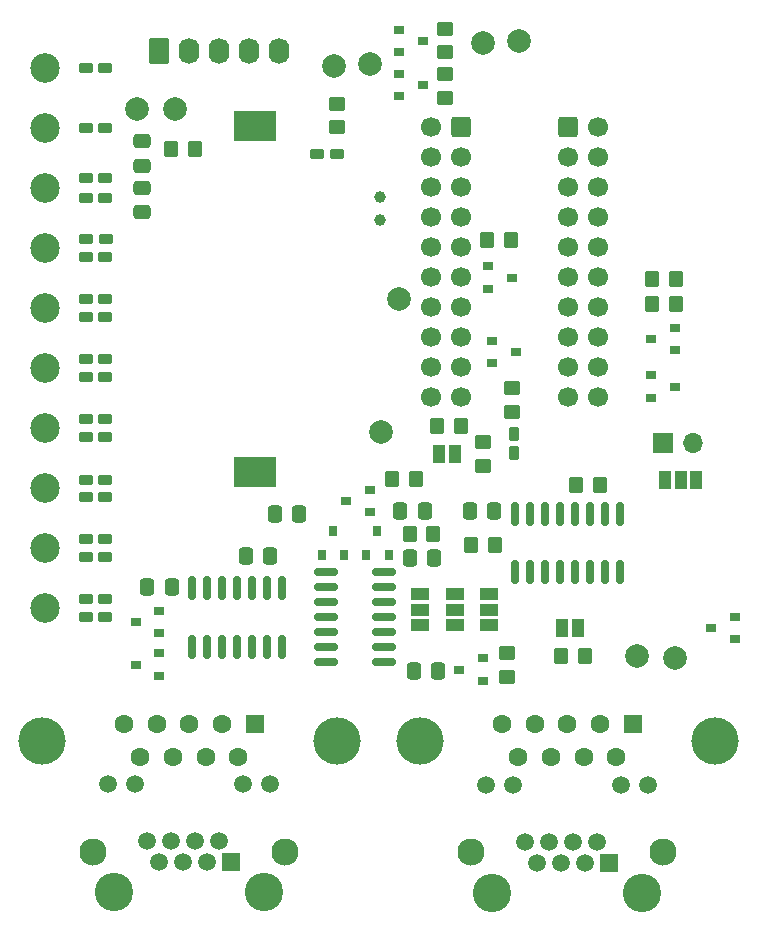
<source format=gbr>
%TF.GenerationSoftware,KiCad,Pcbnew,(6.0.1)*%
%TF.CreationDate,2022-02-13T12:19:39+00:00*%
%TF.ProjectId,module-io,6d6f6475-6c65-42d6-996f-2e6b69636164,rev?*%
%TF.SameCoordinates,Original*%
%TF.FileFunction,Soldermask,Top*%
%TF.FilePolarity,Negative*%
%FSLAX46Y46*%
G04 Gerber Fmt 4.6, Leading zero omitted, Abs format (unit mm)*
G04 Created by KiCad (PCBNEW (6.0.1)) date 2022-02-13 12:19:39*
%MOMM*%
%LPD*%
G01*
G04 APERTURE LIST*
G04 Aperture macros list*
%AMRoundRect*
0 Rectangle with rounded corners*
0 $1 Rounding radius*
0 $2 $3 $4 $5 $6 $7 $8 $9 X,Y pos of 4 corners*
0 Add a 4 corners polygon primitive as box body*
4,1,4,$2,$3,$4,$5,$6,$7,$8,$9,$2,$3,0*
0 Add four circle primitives for the rounded corners*
1,1,$1+$1,$2,$3*
1,1,$1+$1,$4,$5*
1,1,$1+$1,$6,$7*
1,1,$1+$1,$8,$9*
0 Add four rect primitives between the rounded corners*
20,1,$1+$1,$2,$3,$4,$5,0*
20,1,$1+$1,$4,$5,$6,$7,0*
20,1,$1+$1,$6,$7,$8,$9,0*
20,1,$1+$1,$8,$9,$2,$3,0*%
G04 Aperture macros list end*
%ADD10R,1.500000X1.000000*%
%ADD11R,1.000000X1.500000*%
%ADD12C,1.000000*%
%ADD13RoundRect,0.250000X-0.337500X-0.475000X0.337500X-0.475000X0.337500X0.475000X-0.337500X0.475000X0*%
%ADD14RoundRect,0.250000X0.337500X0.475000X-0.337500X0.475000X-0.337500X-0.475000X0.337500X-0.475000X0*%
%ADD15O,1.700000X1.700000*%
%ADD16R,1.700000X1.700000*%
%ADD17C,2.500000*%
%ADD18RoundRect,0.212500X-0.400000X-0.212500X0.400000X-0.212500X0.400000X0.212500X-0.400000X0.212500X0*%
%ADD19RoundRect,0.150000X-0.825000X-0.150000X0.825000X-0.150000X0.825000X0.150000X-0.825000X0.150000X0*%
%ADD20RoundRect,0.150000X0.150000X-0.825000X0.150000X0.825000X-0.150000X0.825000X-0.150000X-0.825000X0*%
%ADD21C,2.000000*%
%ADD22RoundRect,0.250000X-0.350000X-0.450000X0.350000X-0.450000X0.350000X0.450000X-0.350000X0.450000X0*%
%ADD23RoundRect,0.250000X0.450000X-0.350000X0.450000X0.350000X-0.450000X0.350000X-0.450000X-0.350000X0*%
%ADD24RoundRect,0.250000X0.350000X0.450000X-0.350000X0.450000X-0.350000X-0.450000X0.350000X-0.450000X0*%
%ADD25RoundRect,0.250000X-0.450000X0.350000X-0.450000X-0.350000X0.450000X-0.350000X0.450000X0.350000X0*%
%ADD26R,0.900000X0.800000*%
%ADD27C,1.700000*%
%ADD28RoundRect,0.250000X-0.600000X-0.600000X0.600000X-0.600000X0.600000X0.600000X-0.600000X0.600000X0*%
%ADD29RoundRect,0.250000X0.600000X0.600000X-0.600000X0.600000X-0.600000X-0.600000X0.600000X-0.600000X0*%
%ADD30O,1.740000X2.190000*%
%ADD31RoundRect,0.250000X-0.620000X-0.845000X0.620000X-0.845000X0.620000X0.845000X-0.620000X0.845000X0*%
%ADD32C,1.500000*%
%ADD33C,2.300000*%
%ADD34C,3.250000*%
%ADD35R,1.500000X1.500000*%
%ADD36C,4.000000*%
%ADD37C,1.600000*%
%ADD38R,1.600000X1.600000*%
%ADD39R,0.800000X0.900000*%
%ADD40RoundRect,0.212500X-0.212500X0.400000X-0.212500X-0.400000X0.212500X-0.400000X0.212500X0.400000X0*%
%ADD41RoundRect,0.250000X-0.475000X0.337500X-0.475000X-0.337500X0.475000X-0.337500X0.475000X0.337500X0*%
%ADD42RoundRect,0.250000X0.475000X-0.337500X0.475000X0.337500X-0.475000X0.337500X-0.475000X-0.337500X0*%
%ADD43R,3.600000X2.600000*%
G04 APERTURE END LIST*
D10*
%TO.C,J3*%
X158510000Y-76630000D03*
X158510000Y-75330000D03*
X158510000Y-74030000D03*
%TD*%
D11*
%TO.C,JP3*%
X179250000Y-64330000D03*
X180550000Y-64330000D03*
X181850000Y-64330000D03*
%TD*%
D12*
%TO.C,Y1*%
X155125000Y-40425000D03*
X155125000Y-42325000D03*
%TD*%
D13*
%TO.C,C13*%
X145800000Y-70800000D03*
X143725000Y-70800000D03*
%TD*%
D14*
%TO.C,C12*%
X146175000Y-67275000D03*
X148250000Y-67275000D03*
%TD*%
D15*
%TO.C,J11*%
X181610000Y-61214000D03*
D16*
X179070000Y-61214000D03*
%TD*%
D17*
%TO.C,H10*%
X126730000Y-75210000D03*
%TD*%
%TO.C,H9*%
X126730000Y-70130000D03*
%TD*%
%TO.C,H8*%
X126730000Y-65050000D03*
%TD*%
%TO.C,H7*%
X126730000Y-59970000D03*
%TD*%
%TO.C,H6*%
X126740000Y-54890000D03*
%TD*%
%TO.C,H5*%
X126730000Y-49810000D03*
%TD*%
%TO.C,H4*%
X126740000Y-44730000D03*
%TD*%
%TO.C,H3*%
X126730000Y-39640000D03*
%TD*%
%TO.C,H2*%
X126730000Y-34570000D03*
%TD*%
%TO.C,H1*%
X126730000Y-29480000D03*
%TD*%
D18*
%TO.C,D4*%
X131852500Y-38815000D03*
X130227500Y-38815000D03*
%TD*%
D19*
%TO.C,U10*%
X155475000Y-72190000D03*
X155475000Y-73460000D03*
X155475000Y-74730000D03*
X155475000Y-76000000D03*
X155475000Y-77270000D03*
X155475000Y-78540000D03*
X155475000Y-79810000D03*
X150525000Y-79810000D03*
X150525000Y-78540000D03*
X150525000Y-77270000D03*
X150525000Y-76000000D03*
X150525000Y-74730000D03*
X150525000Y-73460000D03*
X150525000Y-72190000D03*
%TD*%
D20*
%TO.C,U9*%
X139190000Y-73525000D03*
X140460000Y-73525000D03*
X141730000Y-73525000D03*
X143000000Y-73525000D03*
X144270000Y-73525000D03*
X145540000Y-73525000D03*
X146810000Y-73525000D03*
X146810000Y-78475000D03*
X145540000Y-78475000D03*
X144270000Y-78475000D03*
X143000000Y-78475000D03*
X141730000Y-78475000D03*
X140460000Y-78475000D03*
X139190000Y-78475000D03*
%TD*%
%TO.C,U5*%
X166555000Y-67225000D03*
X167825000Y-67225000D03*
X169095000Y-67225000D03*
X170365000Y-67225000D03*
X171635000Y-67225000D03*
X172905000Y-67225000D03*
X174175000Y-67225000D03*
X175445000Y-67225000D03*
X175445000Y-72175000D03*
X174175000Y-72175000D03*
X172905000Y-72175000D03*
X171635000Y-72175000D03*
X170365000Y-72175000D03*
X169095000Y-72175000D03*
X167825000Y-72175000D03*
X166555000Y-72175000D03*
%TD*%
D21*
%TO.C,TP13*%
X155190000Y-60260000D03*
%TD*%
%TO.C,TP11*%
X176860000Y-79290000D03*
%TD*%
%TO.C,TP10*%
X180110000Y-79390000D03*
%TD*%
%TO.C,TP9*%
X137775000Y-32950000D03*
%TD*%
%TO.C,TP8*%
X134525000Y-32925000D03*
%TD*%
%TO.C,TP5*%
X154250000Y-29130000D03*
%TD*%
%TO.C,TP4*%
X151190000Y-29320000D03*
%TD*%
%TO.C,TP3*%
X156718000Y-49022000D03*
%TD*%
%TO.C,TP2*%
X166878000Y-27150000D03*
%TD*%
%TO.C,TP1*%
X163850000Y-27400000D03*
%TD*%
D22*
%TO.C,R40*%
X180150000Y-47340000D03*
X178150000Y-47340000D03*
%TD*%
%TO.C,R39*%
X172466000Y-79248000D03*
X170466000Y-79248000D03*
%TD*%
%TO.C,R38*%
X158125000Y-64250000D03*
X156125000Y-64250000D03*
%TD*%
D23*
%TO.C,R37*%
X165862000Y-79026000D03*
X165862000Y-81026000D03*
%TD*%
D22*
%TO.C,R36*%
X173736000Y-64770000D03*
X171736000Y-64770000D03*
%TD*%
%TO.C,R35*%
X164814000Y-69850000D03*
X162814000Y-69850000D03*
%TD*%
D23*
%TO.C,R34*%
X163840000Y-61150000D03*
X163840000Y-63150000D03*
%TD*%
D24*
%TO.C,R33*%
X159950000Y-59750000D03*
X161950000Y-59750000D03*
%TD*%
%TO.C,R32*%
X157625000Y-68950000D03*
X159625000Y-68950000D03*
%TD*%
D22*
%TO.C,R31*%
X139414000Y-36322000D03*
X137414000Y-36322000D03*
%TD*%
D25*
%TO.C,R30*%
X151500000Y-34500000D03*
X151500000Y-32500000D03*
%TD*%
D24*
%TO.C,R16*%
X164200000Y-44050000D03*
X166200000Y-44050000D03*
%TD*%
D22*
%TO.C,R14*%
X180125000Y-49425000D03*
X178125000Y-49425000D03*
%TD*%
D23*
%TO.C,R5*%
X166250000Y-56575000D03*
X166250000Y-58575000D03*
%TD*%
%TO.C,R4*%
X160574533Y-26164000D03*
X160574533Y-28164000D03*
%TD*%
D25*
%TO.C,R2*%
X160574533Y-32004000D03*
X160574533Y-30004000D03*
%TD*%
D26*
%TO.C,Q9*%
X152225000Y-66150000D03*
X154225000Y-65200000D03*
X154225000Y-67100000D03*
%TD*%
%TO.C,Q8*%
X161800000Y-80420000D03*
X163800000Y-79470000D03*
X163800000Y-81370000D03*
%TD*%
%TO.C,Q7*%
X183134000Y-76896000D03*
X185134000Y-75946000D03*
X185134000Y-77846000D03*
%TD*%
%TO.C,Q6*%
X180070000Y-56460000D03*
X178070000Y-57410000D03*
X178070000Y-55510000D03*
%TD*%
%TO.C,Q5*%
X166592000Y-53528000D03*
X164592000Y-54478000D03*
X164592000Y-52578000D03*
%TD*%
%TO.C,Q4*%
X166275000Y-47225000D03*
X164275000Y-48175000D03*
X164275000Y-46275000D03*
%TD*%
%TO.C,Q3*%
X178075000Y-52425000D03*
X180075000Y-51475000D03*
X180075000Y-53375000D03*
%TD*%
%TO.C,Q2*%
X158750000Y-27178000D03*
X156750000Y-28128000D03*
X156750000Y-26228000D03*
%TD*%
%TO.C,Q1*%
X158750000Y-30922000D03*
X156750000Y-31872000D03*
X156750000Y-29972000D03*
%TD*%
D11*
%TO.C,JP2*%
X161430000Y-62150000D03*
X160130000Y-62150000D03*
%TD*%
%TO.C,JP1*%
X170530000Y-76850000D03*
X171830000Y-76850000D03*
%TD*%
D27*
%TO.C,J10*%
X173540000Y-57360000D03*
X173540000Y-54820000D03*
X173540000Y-52280000D03*
X173540000Y-49740000D03*
X173540000Y-47200000D03*
X173540000Y-44660000D03*
X173540000Y-42120000D03*
X173540000Y-39580000D03*
X173540000Y-37040000D03*
X173540000Y-34500000D03*
X171000000Y-57360000D03*
X171000000Y-54820000D03*
X171000000Y-52280000D03*
X171000000Y-49740000D03*
X171000000Y-47200000D03*
X171000000Y-44660000D03*
X171000000Y-42120000D03*
X171000000Y-39580000D03*
X171000000Y-37040000D03*
D28*
X171000000Y-34500000D03*
%TD*%
D27*
%TO.C,J9*%
X159400000Y-57360000D03*
X159400000Y-54820000D03*
X159400000Y-52280000D03*
X159400000Y-49740000D03*
X159400000Y-47200000D03*
X159400000Y-44660000D03*
X159400000Y-42120000D03*
X159400000Y-39580000D03*
X159400000Y-37040000D03*
X159400000Y-34500000D03*
X161940000Y-57360000D03*
X161940000Y-54820000D03*
X161940000Y-52280000D03*
X161940000Y-49740000D03*
X161940000Y-47200000D03*
X161940000Y-44660000D03*
X161940000Y-42120000D03*
X161940000Y-39580000D03*
X161940000Y-37040000D03*
D29*
X161940000Y-34500000D03*
%TD*%
D30*
%TO.C,J8*%
X146558000Y-28000000D03*
X144018000Y-28000000D03*
X141478000Y-28000000D03*
X138938000Y-28000000D03*
D31*
X136398000Y-28000000D03*
%TD*%
D32*
%TO.C,J7*%
X164080000Y-90150000D03*
X166370000Y-90150000D03*
X175510000Y-90150000D03*
X177800000Y-90150000D03*
D33*
X179070000Y-95860000D03*
X162810000Y-95860000D03*
D34*
X164590000Y-99290000D03*
X177290000Y-99290000D03*
D32*
X167388000Y-94970000D03*
X169420000Y-94970000D03*
X171452000Y-94970000D03*
X173484000Y-94970000D03*
X168404000Y-96750000D03*
X170436000Y-96750000D03*
X172468000Y-96750000D03*
D35*
X174500000Y-96750000D03*
%TD*%
D32*
%TO.C,J6*%
X132095000Y-90115000D03*
X134385000Y-90115000D03*
X143525000Y-90115000D03*
X145815000Y-90115000D03*
D33*
X147085000Y-95825000D03*
X130825000Y-95825000D03*
D34*
X132605000Y-99255000D03*
X145305000Y-99255000D03*
D32*
X135403000Y-94935000D03*
X137435000Y-94935000D03*
X139467000Y-94935000D03*
X141499000Y-94935000D03*
X136419000Y-96715000D03*
X138451000Y-96715000D03*
X140483000Y-96715000D03*
D35*
X142515000Y-96715000D03*
%TD*%
D36*
%TO.C,J5*%
X183460000Y-86420000D03*
X158460000Y-86420000D03*
D37*
X166805000Y-87840000D03*
X169575000Y-87840000D03*
X172345000Y-87840000D03*
X175115000Y-87840000D03*
X165420000Y-85000000D03*
X168190000Y-85000000D03*
X170960000Y-85000000D03*
X173730000Y-85000000D03*
D38*
X176500000Y-85000000D03*
%TD*%
D36*
%TO.C,J4*%
X151460000Y-86420000D03*
X126460000Y-86420000D03*
D37*
X134805000Y-87840000D03*
X137575000Y-87840000D03*
X140345000Y-87840000D03*
X143115000Y-87840000D03*
X133420000Y-85000000D03*
X136190000Y-85000000D03*
X138960000Y-85000000D03*
X141730000Y-85000000D03*
D38*
X144500000Y-85000000D03*
%TD*%
D10*
%TO.C,J2*%
X161450000Y-76630000D03*
X161450000Y-75330000D03*
X161450000Y-74030000D03*
%TD*%
%TO.C,J1*%
X164350000Y-76630000D03*
X164350000Y-75330000D03*
X164350000Y-74030000D03*
%TD*%
D39*
%TO.C,D24*%
X154875000Y-68700000D03*
X155825000Y-70700000D03*
X153925000Y-70700000D03*
%TD*%
%TO.C,D23*%
X151125000Y-68700000D03*
X152075000Y-70700000D03*
X150175000Y-70700000D03*
%TD*%
D26*
%TO.C,D22*%
X134425000Y-76400000D03*
X136425000Y-75450000D03*
X136425000Y-77350000D03*
%TD*%
%TO.C,D21*%
X134425000Y-80000000D03*
X136425000Y-79050000D03*
X136425000Y-80950000D03*
%TD*%
D18*
%TO.C,D20*%
X151437500Y-36775000D03*
X149812500Y-36775000D03*
%TD*%
%TO.C,D19*%
X131825000Y-75975000D03*
X130200000Y-75975000D03*
%TD*%
%TO.C,D18*%
X131850000Y-70900000D03*
X130225000Y-70900000D03*
%TD*%
%TO.C,D17*%
X131850000Y-65800000D03*
X130225000Y-65800000D03*
%TD*%
%TO.C,D16*%
X131850000Y-60700000D03*
X130225000Y-60700000D03*
%TD*%
%TO.C,D15*%
X131852500Y-55629533D03*
X130227500Y-55629533D03*
%TD*%
%TO.C,D14*%
X131850000Y-50575000D03*
X130225000Y-50575000D03*
%TD*%
%TO.C,D13*%
X131850000Y-45500000D03*
X130225000Y-45500000D03*
%TD*%
%TO.C,D12*%
X131840000Y-40475000D03*
X130215000Y-40475000D03*
%TD*%
%TO.C,D11*%
X131850000Y-74450000D03*
X130225000Y-74450000D03*
%TD*%
%TO.C,D10*%
X131850000Y-69375000D03*
X130225000Y-69375000D03*
%TD*%
%TO.C,D9*%
X131825000Y-64325000D03*
X130200000Y-64325000D03*
%TD*%
%TO.C,D8*%
X131852500Y-59229533D03*
X130227500Y-59229533D03*
%TD*%
%TO.C,D7*%
X131850000Y-54150000D03*
X130225000Y-54150000D03*
%TD*%
%TO.C,D6*%
X131850000Y-49075000D03*
X130225000Y-49075000D03*
%TD*%
%TO.C,D5*%
X131875000Y-43975000D03*
X130250000Y-43975000D03*
%TD*%
D40*
%TO.C,D3*%
X166475000Y-62100000D03*
X166475000Y-60475000D03*
%TD*%
D18*
%TO.C,D2*%
X131850000Y-34580000D03*
X130225000Y-34580000D03*
%TD*%
%TO.C,D1*%
X131840000Y-29490000D03*
X130215000Y-29490000D03*
%TD*%
D14*
%TO.C,C11*%
X157630000Y-70970000D03*
X159705000Y-70970000D03*
%TD*%
D13*
%TO.C,C10*%
X137475000Y-73450000D03*
X135400000Y-73450000D03*
%TD*%
D14*
%TO.C,C9*%
X157975000Y-80500000D03*
X160050000Y-80500000D03*
%TD*%
D13*
%TO.C,C8*%
X164775000Y-67025000D03*
X162700000Y-67025000D03*
%TD*%
%TO.C,C7*%
X158875000Y-66950000D03*
X156800000Y-66950000D03*
%TD*%
D41*
%TO.C,C6*%
X134925000Y-41675000D03*
X134925000Y-39600000D03*
%TD*%
D42*
%TO.C,C5*%
X134925000Y-35700000D03*
X134925000Y-37775000D03*
%TD*%
D43*
%TO.C,BT1*%
X144500000Y-63650000D03*
X144500000Y-34350000D03*
%TD*%
M02*

</source>
